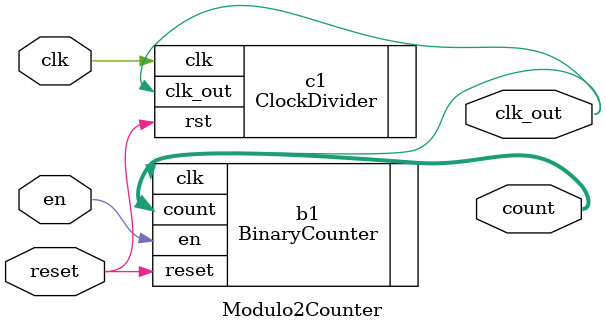
<source format=v>
`timescale 1ns / 1ps


module Modulo2Counter(input clk, reset, en, output clk_out ,output [1:0]count);
    BinaryCounter #(2,2) b1(.clk(clk_out), .reset(reset), .en(en), .count(count));
    ClockDivider #(250000) c1(.clk(clk), .rst(reset), .clk_out (clk_out)); 
endmodule

</source>
